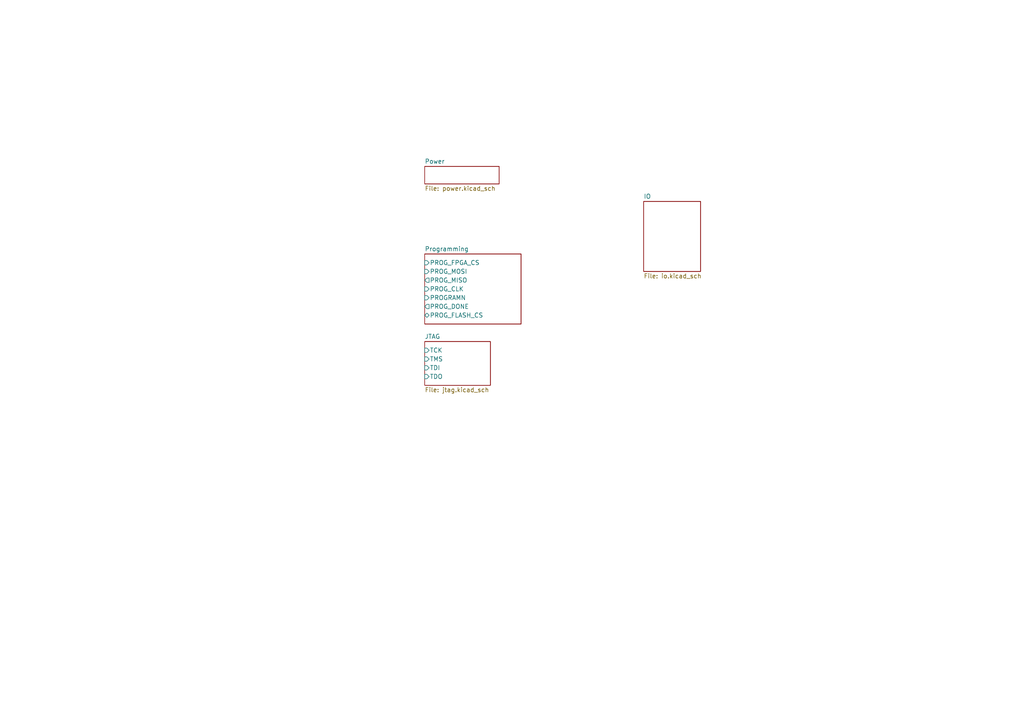
<source format=kicad_sch>
(kicad_sch (version 20230121) (generator eeschema)
  (paper "A4")
  (lib_symbols)
  (sheet (at 123.19 48.26) (size 21.59 5.08) (stroke (width 0.1524))
    (property "Sheetname" "Power" (at 123.19 47.5484 0) (effects (justify left bottom)))
    (property "Sheetfile" "power.kicad_sch" (at 123.19 53.9246 0) (effects (justify left top)))
  )
  (sheet (at 123.19 99.06) (size 19.05 12.7) (stroke (width 0.1524))
    (property "Sheetname" "JTAG" (at 123.19 98.3484 0) (effects (justify left bottom)))
    (property "Sheetfile" "jtag.kicad_sch" (at 123.19 112.3446 0) (effects (justify left top)))
    (pin "TDO" input (at 123.19 109.22 180))
    (pin "TMS" input (at 123.19 104.14 180))
    (pin "TCK" input (at 123.19 101.6 180))
    (pin "TDI" input (at 123.19 106.68 180))
  )
  (sheet (at 123.19 73.66) (size 27.94 20.32) (stroke (width 0.1524))
    (property "Sheetname" "Programming" (at 123.19 72.9484 0) (effects (justify left bottom)))
    (property "Sheetfile" "programming.kicad_sch" (effects hide))
    (pin "PROG_FPGA_CS" input (at 123.19 76.2 180))
    (pin "PROG_MISO" output (at 123.19 81.28 180))
    (pin "PROG_MOSI" input (at 123.19 78.74 180))
    (pin "PROG_CLK" input (at 123.19 83.82 180))
    (pin "PROGRAMN" input (at 123.19 86.36 180))
    (pin "PROG_DONE" output (at 123.19 88.9 180))
    (pin "PROG_FLASH_CS" bidirectional (at 123.19 91.44 180))
  )
  (sheet (at 186.69 58.42) (size 16.51 20.32) (stroke (width 0.1524))
    (property "Sheetname" "IO" (at 186.69 57.7084 0) (effects (justify left bottom)))
    (property "Sheetfile" "io.kicad_sch" (at 186.69 79.3246 0) (effects (justify left top)))
  )
)
</source>
